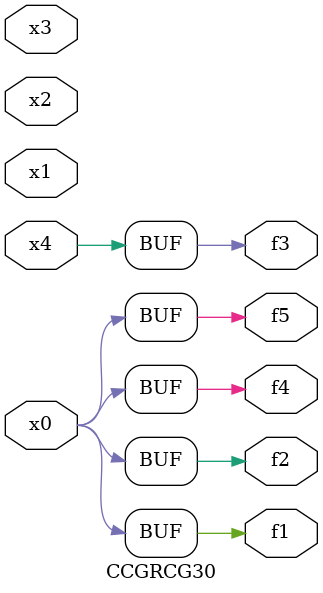
<source format=v>
module CCGRCG30(
	input x0, x1, x2, x3, x4,
	output f1, f2, f3, f4, f5
);
	assign f1 = x0;
	assign f2 = x0;
	assign f3 = x4;
	assign f4 = x0;
	assign f5 = x0;
endmodule

</source>
